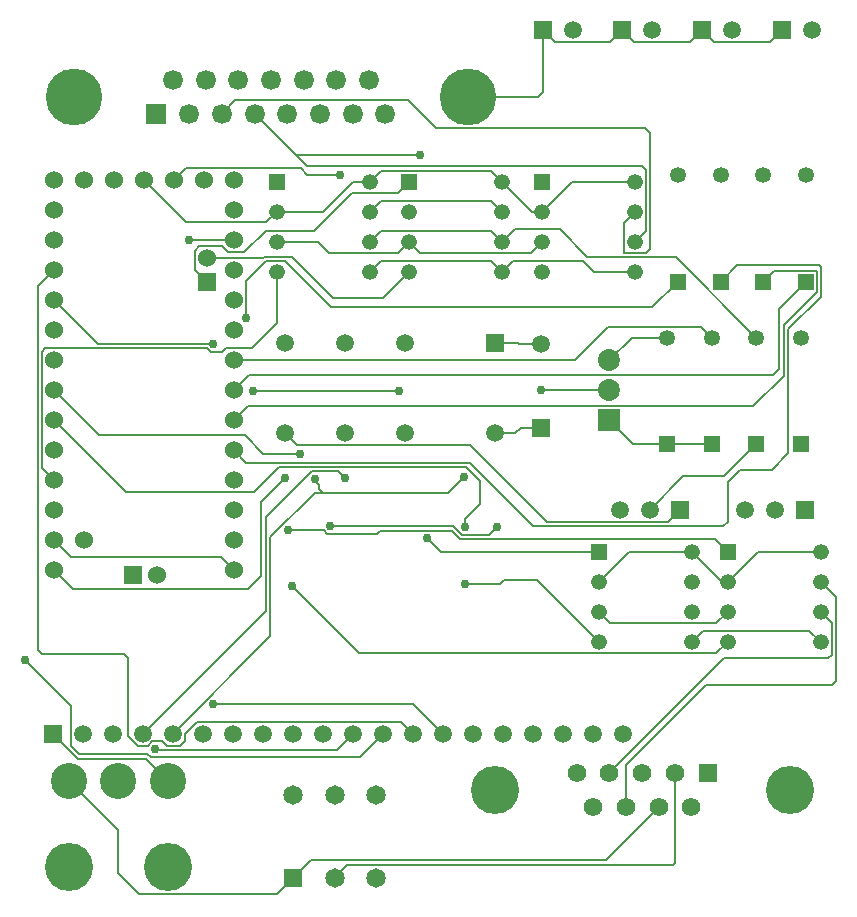
<source format=gbr>
%TF.GenerationSoftware,Altium Limited,Altium Designer,23.6.0 (18)*%
G04 Layer_Physical_Order=2*
G04 Layer_Color=16711680*
%FSLAX26Y26*%
%MOIN*%
%TF.SameCoordinates,9B35E0B2-5C19-4761-B797-B6A5D59CF105*%
%TF.FilePolarity,Positive*%
%TF.FileFunction,Copper,L2,Bot,Signal*%
%TF.Part,Single*%
G01*
G75*
%TA.AperFunction,Conductor*%
%ADD13C,0.008000*%
%TA.AperFunction,ComponentPad*%
%ADD14C,0.073228*%
%ADD15R,0.073228X0.073228*%
%ADD16C,0.160000*%
%ADD17C,0.120000*%
%ADD18R,0.064961X0.064961*%
%ADD19C,0.064961*%
%ADD20R,0.053150X0.053150*%
%ADD21C,0.053150*%
%ADD22C,0.060000*%
%ADD23R,0.060000X0.060000*%
%ADD24R,0.060000X0.060000*%
%ADD25C,0.052677*%
%ADD26R,0.052677X0.052677*%
%ADD27C,0.160079*%
%ADD28C,0.062008*%
%ADD29R,0.062008X0.062008*%
%ADD30C,0.059370*%
%ADD31R,0.059370X0.059370*%
%ADD32R,0.059055X0.059055*%
%ADD33C,0.059055*%
%ADD34R,0.059055X0.059055*%
%ADD35C,0.066535*%
%ADD36C,0.188976*%
%ADD37R,0.066535X0.066535*%
%TA.AperFunction,ViaPad*%
%ADD38C,0.030000*%
D13*
X7937374Y2952626D02*
X8355626D01*
X8407000Y3004000D01*
X7640000Y3094000D02*
X7682000Y3052000D01*
X8428000D02*
X8639000Y2841000D01*
X7707000Y2954000D02*
X7791000Y3038000D01*
X8415000D01*
X8462500Y2990500D01*
X7682000Y3052000D02*
X8428000D01*
X8462500Y2915500D02*
Y2990500D01*
X7910000Y2993047D02*
X7925792Y2977255D01*
X7910000Y2993047D02*
Y2999000D01*
X7925792Y2964208D02*
Y2977255D01*
X8411000Y2647000D02*
X8526977D01*
X8540977Y2661000D01*
X8651000D01*
X8366846Y2826000D02*
X8393846Y2799000D01*
X8128500Y2826000D02*
X8366846D01*
X8330000Y2756000D02*
X8856000D01*
X8285000Y2801000D02*
X8330000Y2756000D01*
X8118500Y2816000D02*
X8128500Y2826000D01*
X7940645Y2827000D02*
X7951645Y2816000D01*
X8118500D01*
X7962000Y2841000D02*
X8371645D01*
X8399645Y2813000D01*
X8492000D01*
X8410000Y2838000D02*
X8412000Y2840000D01*
Y2865000D01*
X8393846Y2799000D02*
X9243000D01*
X8492000Y2813000D02*
X8516000Y2837000D01*
X9243000Y2799000D02*
X9286000Y2756000D01*
X8412000Y2865000D02*
X8462500Y2915500D01*
X7820000Y2827000D02*
X7940645D01*
X9272000Y2841000D02*
X9286000Y2855000D01*
X8639000Y2841000D02*
X9272000D01*
X7762000Y2474000D02*
Y2804355D01*
X7910271Y2952626D02*
X7937374D01*
X7762000Y2804355D02*
X7910271Y2952626D01*
X7852080Y3111000D02*
X8426772D01*
X9087000Y2855000D02*
X9127000Y2895000D01*
X8682772Y2855000D02*
X9087000D01*
X8426772Y3111000D02*
X8682772Y2855000D01*
X7899645Y3024000D02*
X7987000D01*
X8011000Y3000000D01*
X7925792Y2964208D02*
X7937374Y2952626D01*
X7746000Y2870355D02*
X7899645Y3024000D01*
X7746000Y2558000D02*
Y2870355D01*
X7731936Y2922936D02*
X7811000Y3002000D01*
X7731936Y2675000D02*
Y2922936D01*
X7848714Y4077000D02*
X7883714Y4042000D01*
X7709526Y4216188D02*
X7848714Y4077000D01*
X9596000Y2556000D02*
X9633000Y2519000D01*
Y2412500D02*
Y2519000D01*
X9620500Y2400000D02*
X9633000Y2412500D01*
X9275434Y2400000D02*
X9620500D01*
X8892528Y2017094D02*
X9275434Y2400000D01*
X9596000Y2656000D02*
X9647000Y2605000D01*
Y2325000D02*
Y2605000D01*
X9634500Y2312500D02*
X9647000Y2325000D01*
X9214500Y2312500D02*
X9634500D01*
X8947056Y2045056D02*
X9214500Y2312500D01*
X8947056Y1905284D02*
Y2045056D01*
X7337000Y2149000D02*
X7746000Y2558000D01*
X7848714Y4077000D02*
X8262000D01*
X7437000Y2149000D02*
X7762000Y2474000D01*
X7550000Y3734000D02*
X7736000D01*
X7740580Y3738580D01*
X7833340D01*
X7971920Y3600000D01*
X8137058D01*
X8225298Y3688240D01*
X8665000Y3294000D02*
X8892000D01*
X7346904Y2065596D02*
X7420500Y1992000D01*
X7120404Y2065596D02*
X7346904D01*
X7037000Y2149000D02*
X7120404Y2065596D01*
X7040000Y2794000D02*
X7097000Y2737000D01*
X7597000D01*
X7640000Y2694000D01*
X8856000Y2656000D02*
X8956000Y2756000D01*
X9166000D01*
X9266000Y2656000D01*
X9286000D01*
X9386000Y2756000D01*
X9596000D01*
X8892000Y3394000D02*
X8967166Y3469166D01*
X9084000D01*
X8767596Y3988240D02*
X8977596D01*
X8667596Y3888240D02*
X8767596Y3988240D01*
X8635298Y3888240D02*
X8667596D01*
X8535298Y3988240D02*
X8635298Y3888240D01*
X8498538Y4025000D02*
X8535298Y3988240D01*
X8129760Y4025000D02*
X8498538D01*
X8093000Y3988240D02*
X8129760Y4025000D01*
X8036390Y3988240D02*
X8093000D01*
X7936390Y3888240D02*
X8036390Y3988240D01*
X7783000Y3888240D02*
X7936390D01*
X8419960Y4272094D02*
X8654594D01*
X8670000Y4287500D01*
Y4494000D01*
X7748760Y3854000D02*
X7783000Y3888240D01*
X7480000Y3854000D02*
X7748760D01*
X7340000Y3994000D02*
X7480000Y3854000D01*
X8670000Y4494000D02*
X8710000Y4454000D01*
X8895666D01*
X8935666Y4494000D01*
X8975666Y4454000D01*
X9161334D01*
X9201334Y4494000D01*
X9241334Y4454000D01*
X9427000D01*
X9467000Y4494000D01*
X7976000Y1668410D02*
X8018590Y1711000D01*
X9103000D01*
X9110638Y1718638D01*
Y2017094D01*
X9113266Y3737900D02*
X9382000Y3469166D01*
X8819100Y3737900D02*
X9113266D01*
X8727000Y3830000D02*
X8819100Y3737900D01*
X8577058Y3830000D02*
X8727000D01*
X8535298Y3788240D02*
X8577058Y3830000D01*
X8498538Y3825000D02*
X8535298Y3788240D01*
X8129760Y3825000D02*
X8498538D01*
X8093000Y3788240D02*
X8129760Y3825000D01*
X7784794Y1615000D02*
X7838204Y1668410D01*
X7325000Y1615000D02*
X7784794D01*
X7255000Y1685000D02*
X7325000Y1615000D01*
X7255000Y1685000D02*
Y1827500D01*
X7090500Y1992000D02*
X7255000Y1827500D01*
X7838204Y1668410D02*
X7898794Y1729000D01*
X8879826D01*
X9056110Y1905284D01*
X7812000Y3151080D02*
X7852080Y3111000D01*
X8093000Y3888240D02*
X8129760Y3925000D01*
X8498538D01*
X8535298Y3888240D01*
X8977596Y3788240D02*
X9014000Y3824644D01*
Y4028000D01*
X9000000Y4042000D02*
X9014000Y4028000D01*
X7883714Y4042000D02*
X9000000D01*
X8941000Y3851644D02*
X8977596Y3888240D01*
X8941000Y3753000D02*
Y3851644D01*
Y3753000D02*
X8942100Y3751900D01*
X9014000D01*
X9028000Y3765900D01*
Y4151500D01*
X9012500Y4167000D02*
X9028000Y4151500D01*
X8315000Y4167000D02*
X9012500D01*
X8222000Y4260000D02*
X8315000Y4167000D01*
X7644284Y4260000D02*
X8222000D01*
X7600472Y4216188D02*
X7644284Y4260000D01*
X7040000Y2694000D02*
X7103000Y2631000D01*
X7687936D01*
X7731936Y2675000D01*
X8856000Y2556000D02*
X8893000Y2519000D01*
X9249000D01*
X9286000Y2556000D01*
X8596156Y3168236D02*
X8665000D01*
X8579000Y3151080D02*
X8596156Y3168236D01*
X8512000Y3151080D02*
X8579000D01*
X8630356Y3751000D02*
X8667596Y3788240D01*
X8262538Y3751000D02*
X8630356D01*
X8225298Y3788240D02*
X8262538Y3751000D01*
X8188058D02*
X8225298Y3788240D01*
X7957000Y3751000D02*
X8188058D01*
X7919760Y3788240D02*
X7957000Y3751000D01*
X7783000Y3788240D02*
X7919760D01*
X7680000Y3534000D02*
Y3657580D01*
X7747000Y3724580D01*
X7809420D01*
X7964000Y3570000D01*
X9035166D01*
X9121000Y3655834D01*
X9286000Y2855000D02*
Y2989000D01*
X9326000Y3029000D01*
X9434000D01*
X9489000Y3084000D01*
Y3496682D01*
X9597576Y3605258D01*
Y3706410D01*
X9591986Y3712000D02*
X9597576Y3706410D01*
X9319166Y3712000D02*
X9591986D01*
X9263000Y3655834D02*
X9319166Y3712000D01*
X7640000Y3294000D02*
X7690000Y3344000D01*
X9437710D01*
X9457000Y3363290D01*
Y3565834D01*
X9547000Y3655834D01*
X7640000Y3194000D02*
X7687000Y3241000D01*
X9371000D01*
X9473000Y3343000D01*
Y3510258D01*
X9583576Y3620834D01*
Y3691000D01*
X9581576Y3693000D02*
X9583576Y3691000D01*
X9442166Y3693000D02*
X9581576D01*
X9405000Y3655834D02*
X9442166Y3693000D01*
X7705000Y3293000D02*
X8192000D01*
X7000000Y3034000D02*
X7040000Y2994000D01*
X7000000Y3034000D02*
Y3421500D01*
X7012500Y3434000D01*
X7550000D01*
X7562726Y3421274D01*
X7600000D01*
X7612726Y3434000D01*
X7700000D01*
X7783000Y3517000D01*
Y3688240D01*
X8651000Y2661000D02*
X8856000Y2456000D01*
X7834000Y2641000D02*
X8056000Y2419000D01*
X9249000D01*
X9286000Y2456000D01*
X7492000Y3794000D02*
X7640000D01*
X7377000Y2096500D02*
X7378028Y2095472D01*
X7983472D01*
X8037000Y2149000D01*
X8059500Y2071500D02*
X8137000Y2149000D01*
X7363500Y2071500D02*
X8059500D01*
X7352000Y2083000D02*
X7363500Y2071500D01*
X7123000Y2083000D02*
X7352000D01*
X7097000Y2109000D02*
X7123000Y2083000D01*
X7097000Y2109000D02*
Y2241000D01*
X6944000Y2394000D02*
X7097000Y2241000D01*
X6986000Y3640000D02*
X7040000Y3694000D01*
X6986000Y2428000D02*
Y3640000D01*
Y2428000D02*
X7000000Y2414000D01*
X7273000D01*
X7287000Y2400000D01*
Y2143098D02*
Y2400000D01*
Y2143098D02*
X7320626Y2109472D01*
X7353374D01*
X7368872Y2124970D01*
X7400956D01*
X7416454Y2109472D01*
X7462500D01*
X7476528Y2123500D01*
Y2149000D01*
X7516528Y2189000D01*
X8197000D01*
X8237000Y2149000D01*
X7040000Y3594000D02*
X7186000Y3448000D01*
X7572000D01*
Y2247000D02*
X8239000D01*
X8337000Y2149000D01*
X9027000Y2895000D02*
X9139000Y3007000D01*
X9274166D01*
X9382000Y3114834D01*
X8093000Y3688240D02*
X8129760Y3725000D01*
X8498538D01*
X8535298Y3688240D01*
X8572058Y3725000D01*
X8805000D01*
X8841760Y3688240D01*
X8977596D01*
X7885000Y4013000D02*
X7995000D01*
X7864000Y4034000D02*
X7885000Y4013000D01*
X7480000Y4034000D02*
X7864000D01*
X7440000Y3994000D02*
X7480000Y4034000D01*
X9166000Y2456000D02*
X9203000Y2493000D01*
X9559000D01*
X9596000Y2456000D01*
X7040000Y3294000D02*
X7190000Y3144000D01*
X7676000D01*
X7738500Y3081500D01*
X7861000D01*
X7040000Y3194000D02*
X7280000Y2954000D01*
X7707000D01*
X7510000Y3694000D02*
X7550000Y3654000D01*
X7510000Y3694000D02*
Y3759000D01*
X7525000Y3774000D01*
X7600000D01*
X7620000Y3754000D01*
X7675000D01*
X7746000Y3825000D01*
X7908000D01*
X8033000Y3950000D01*
X8187058D01*
X8225298Y3988240D01*
X8512000Y3451080D02*
X8586000D01*
X8589316Y3447764D01*
X8665000D01*
X8971166Y3114834D02*
X9084000D01*
X8892000Y3194000D02*
X8971166Y3114834D01*
X9084000D02*
X9233000D01*
X7640000Y3394000D02*
X8776000D01*
X8888000Y3506000D01*
X9196164D01*
X9233000Y3469164D01*
D14*
X8892000Y3294000D02*
D03*
Y3394000D02*
D03*
D15*
Y3194000D02*
D03*
D16*
X7090000Y1705000D02*
D03*
X7421000D02*
D03*
D17*
X7090500Y1992000D02*
D03*
X7255500D02*
D03*
X7420500D02*
D03*
D18*
X7838204Y1668410D02*
D03*
D19*
Y1944000D02*
D03*
X7976000D02*
D03*
X8113796Y1668410D02*
D03*
X7976000D02*
D03*
X8113796Y1944000D02*
D03*
D20*
X9084000Y3114834D02*
D03*
X9121000Y3655834D02*
D03*
X9233000Y3114834D02*
D03*
X9263000Y3655834D02*
D03*
X9382000Y3114834D02*
D03*
X9405000Y3655834D02*
D03*
X9531000Y3114834D02*
D03*
X9547000Y3655834D02*
D03*
D21*
X9084000Y3469166D02*
D03*
X9121000Y4010166D02*
D03*
X9233000Y3469164D02*
D03*
X9263000Y4010166D02*
D03*
X9382000Y3469166D02*
D03*
X9405000Y4010166D02*
D03*
X9531000Y3469166D02*
D03*
X9547000Y4010166D02*
D03*
D22*
X7040000Y3094000D02*
D03*
Y3194000D02*
D03*
Y2794000D02*
D03*
Y2994000D02*
D03*
Y2894000D02*
D03*
Y3394000D02*
D03*
Y3294000D02*
D03*
Y2694000D02*
D03*
X7140000Y2794000D02*
D03*
X7040000Y3594000D02*
D03*
Y3694000D02*
D03*
Y3494000D02*
D03*
Y3894000D02*
D03*
Y3994000D02*
D03*
Y3794000D02*
D03*
X7140000Y3994000D02*
D03*
X7240000D02*
D03*
X7385000Y2679000D02*
D03*
X7640000Y2994000D02*
D03*
Y2694000D02*
D03*
Y2894000D02*
D03*
Y2794000D02*
D03*
Y3094000D02*
D03*
Y3294000D02*
D03*
Y3194000D02*
D03*
X7550000Y3734000D02*
D03*
X7340000Y3994000D02*
D03*
X7440000D02*
D03*
X7540000D02*
D03*
X7640000Y3494000D02*
D03*
Y3394000D02*
D03*
Y3994000D02*
D03*
Y3894000D02*
D03*
Y3594000D02*
D03*
Y3794000D02*
D03*
Y3694000D02*
D03*
D23*
X7305000Y2679000D02*
D03*
D24*
X7550000Y3654000D02*
D03*
D25*
X7783000Y3888240D02*
D03*
Y3788240D02*
D03*
Y3688240D02*
D03*
X8093000Y3988240D02*
D03*
Y3688240D02*
D03*
Y3888240D02*
D03*
Y3788240D02*
D03*
X8225298Y3888240D02*
D03*
Y3788240D02*
D03*
Y3688240D02*
D03*
X8535298Y3988240D02*
D03*
Y3688240D02*
D03*
Y3888240D02*
D03*
Y3788240D02*
D03*
X8667596Y3888240D02*
D03*
Y3788240D02*
D03*
Y3688240D02*
D03*
X8977596Y3988240D02*
D03*
Y3688240D02*
D03*
Y3888240D02*
D03*
Y3788240D02*
D03*
X8856000Y2656000D02*
D03*
Y2556000D02*
D03*
Y2456000D02*
D03*
X9166000Y2756000D02*
D03*
Y2456000D02*
D03*
Y2656000D02*
D03*
Y2556000D02*
D03*
X9286000Y2656000D02*
D03*
Y2556000D02*
D03*
Y2456000D02*
D03*
X9596000Y2756000D02*
D03*
Y2456000D02*
D03*
Y2656000D02*
D03*
Y2556000D02*
D03*
D26*
X7783000Y3988240D02*
D03*
X8225298D02*
D03*
X8667596D02*
D03*
X8856000Y2756000D02*
D03*
X9286000D02*
D03*
D27*
X9493512Y1961190D02*
D03*
X8509654D02*
D03*
D28*
X8838000Y1905284D02*
D03*
X8947056D02*
D03*
X9056110D02*
D03*
X9165166D02*
D03*
X8783472Y2017094D02*
D03*
X8892528D02*
D03*
X9001582D02*
D03*
X9110638D02*
D03*
D29*
X9219692D02*
D03*
D30*
X9301334Y4494000D02*
D03*
X9035666D02*
D03*
X8770000D02*
D03*
X9567000D02*
D03*
X7812000Y3451080D02*
D03*
Y3151080D02*
D03*
X8212000D02*
D03*
Y3451080D02*
D03*
X8512000Y3151080D02*
D03*
X8012000Y3451080D02*
D03*
Y3151080D02*
D03*
D31*
X9201334Y4494000D02*
D03*
X8935666D02*
D03*
X8670000D02*
D03*
X9467000D02*
D03*
X8512000Y3451080D02*
D03*
D32*
X8665000Y3168236D02*
D03*
D33*
Y3447764D02*
D03*
X9027000Y2895000D02*
D03*
X8927000D02*
D03*
X9444000D02*
D03*
X9344000D02*
D03*
X8937000Y2149000D02*
D03*
X8837000D02*
D03*
X8737000D02*
D03*
X8637000D02*
D03*
X8537000D02*
D03*
X8437000D02*
D03*
X8337000D02*
D03*
X8237000D02*
D03*
X8137000D02*
D03*
X8037000D02*
D03*
X7937000D02*
D03*
X7837000D02*
D03*
X7737000D02*
D03*
X7637000D02*
D03*
X7537000D02*
D03*
X7437000D02*
D03*
X7337000D02*
D03*
X7237000D02*
D03*
X7137000D02*
D03*
D34*
X9127000Y2895000D02*
D03*
X9544000D02*
D03*
X7037000Y2149000D02*
D03*
D35*
X7545944Y4328000D02*
D03*
X7818582Y4216188D02*
D03*
X7600472D02*
D03*
X7709526D02*
D03*
X8145746D02*
D03*
X8091220Y4328000D02*
D03*
X8036692Y4216188D02*
D03*
X7982164Y4328000D02*
D03*
X7927638Y4216188D02*
D03*
X7873110Y4328000D02*
D03*
X7764054D02*
D03*
X7655000D02*
D03*
X7491416Y4216188D02*
D03*
X7436890Y4328000D02*
D03*
D36*
X8419960Y4272094D02*
D03*
X7108148D02*
D03*
D37*
X7382362Y4216188D02*
D03*
D38*
X8407000Y3004000D02*
D03*
X7910000Y2999000D02*
D03*
X8411000Y2647000D02*
D03*
X8285000Y2801000D02*
D03*
X8410000Y2838000D02*
D03*
X8516000Y2837000D02*
D03*
X7962000Y2841000D02*
D03*
X7820000Y2827000D02*
D03*
X8011000Y3000000D02*
D03*
X7811000Y3002000D02*
D03*
X8262000Y4077000D02*
D03*
X8665000Y3294000D02*
D03*
X7680000Y3534000D02*
D03*
X7705000Y3293000D02*
D03*
X8192000D02*
D03*
X7834000Y2641000D02*
D03*
X7492000Y3794000D02*
D03*
X7377000Y2096500D02*
D03*
X6944000Y2394000D02*
D03*
X7572000Y3448000D02*
D03*
Y2247000D02*
D03*
X7995000Y4013000D02*
D03*
X7861000Y3081500D02*
D03*
%TF.MD5,198e4d45d3586bb5377b147963fd7d8b*%
M02*

</source>
